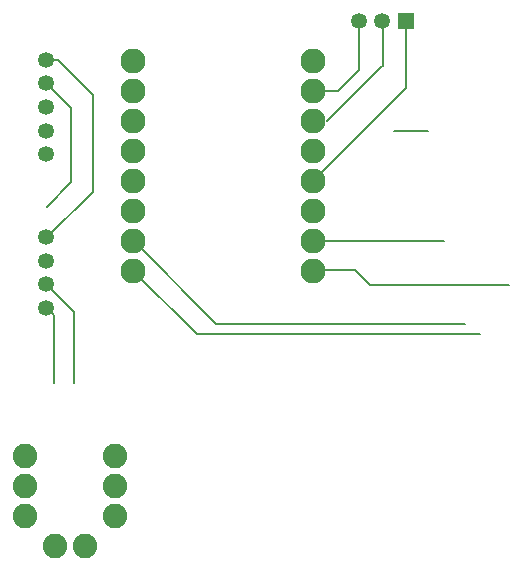
<source format=gbr>
%TF.GenerationSoftware,KiCad,Pcbnew,9.0.2*%
%TF.CreationDate,2025-05-26T23:58:44+09:00*%
%TF.ProjectId,__,78912e6b-6963-4616-945f-706362585858,rev?*%
%TF.SameCoordinates,Original*%
%TF.FileFunction,Soldermask,Bot*%
%TF.FilePolarity,Negative*%
%FSLAX46Y46*%
G04 Gerber Fmt 4.6, Leading zero omitted, Abs format (unit mm)*
G04 Created by KiCad (PCBNEW 9.0.2) date 2025-05-26 23:58:44*
%MOMM*%
%LPD*%
G01*
G04 APERTURE LIST*
%ADD10C,1.350000*%
%ADD11R,1.350000X1.350000*%
%ADD12C,2.109000*%
%ADD13C,2.082800*%
%ADD14C,0.200000*%
G04 APERTURE END LIST*
D10*
%TO.C,Sensors*%
X33525000Y-3900000D03*
X35525000Y-3900000D03*
D11*
X37525000Y-3900000D03*
%TD*%
D10*
%TO.C,Button*%
X7080000Y-7160000D03*
X7080000Y-9160000D03*
X7080000Y-11160000D03*
X7080000Y-13160000D03*
X7080000Y-15160000D03*
%TD*%
D12*
%TO.C,ESP32-C3
SuperMini*%
X29700000Y-25040000D03*
X29700000Y-22500000D03*
X29700000Y-19960000D03*
X29700000Y-17420000D03*
X29700000Y-12340000D03*
X29700000Y-14880000D03*
X14460000Y-7260000D03*
X29700000Y-7260000D03*
X14460000Y-9800000D03*
X14460000Y-12340000D03*
X14460000Y-14880000D03*
X14460000Y-17420000D03*
X14460000Y-19960000D03*
X14460000Y-22500000D03*
X14460000Y-25040000D03*
X29700000Y-9800000D03*
%TD*%
D10*
%TO.C,Display / I2C Bus*%
X7080000Y-22160000D03*
X7080000Y-24160000D03*
X7080000Y-26160000D03*
X7080000Y-28160000D03*
%TD*%
D13*
%TO.C,JP2*%
X5255000Y-45797673D03*
X5255000Y-43257673D03*
X5255000Y-40717673D03*
%TD*%
%TO.C,JP4*%
X12875000Y-45797673D03*
X12875000Y-43257673D03*
X12875000Y-40717673D03*
%TD*%
%TO.C,JP5*%
X7795000Y-48337673D03*
X10335000Y-48337673D03*
%TD*%
D14*
X9450000Y-28530000D02*
X7080000Y-26160000D01*
X9450000Y-34525000D02*
X9450000Y-28530000D01*
X7700000Y-28780000D02*
X7080000Y-28160000D01*
X7700000Y-34525000D02*
X7700000Y-28780000D01*
X9150000Y-17550000D02*
X7100000Y-19600000D01*
X9150000Y-11230000D02*
X9150000Y-17550000D01*
X7080000Y-9160000D02*
X9150000Y-11230000D01*
X11000000Y-18350000D02*
X11000000Y-10125000D01*
X7175000Y-22175000D02*
X11000000Y-18350000D01*
X11000000Y-10125000D02*
X8035000Y-7160000D01*
X8035000Y-7160000D02*
X7080000Y-7160000D01*
X36550000Y-13225000D02*
X39425000Y-13225000D01*
X21485000Y-29525000D02*
X21500000Y-29525000D01*
X14470000Y-22510000D02*
X21485000Y-29525000D01*
X14470000Y-22495000D02*
X14470000Y-22510000D01*
X40750000Y-22500000D02*
X29700000Y-22500000D01*
X33225000Y-24975000D02*
X29765000Y-24975000D01*
X46225000Y-26200000D02*
X34450000Y-26200000D01*
X34450000Y-26200000D02*
X33225000Y-24975000D01*
X21500000Y-29525000D02*
X42550000Y-29525000D01*
X19820000Y-30400000D02*
X43825000Y-30400000D01*
X14460000Y-25040000D02*
X19820000Y-30400000D01*
X37525000Y-9595000D02*
X29700000Y-17420000D01*
X37525000Y-3900000D02*
X37525000Y-9595000D01*
X35525000Y-7675000D02*
X30825000Y-12375000D01*
X35550000Y-4125000D02*
X35500000Y-4075000D01*
X35550000Y-7675000D02*
X35550000Y-4125000D01*
X33525000Y-4000000D02*
X33575000Y-3950000D01*
X31775000Y-9800000D02*
X33525000Y-8050000D01*
X33525000Y-8050000D02*
X33525000Y-4000000D01*
X29700000Y-9800000D02*
X31775000Y-9800000D01*
M02*

</source>
